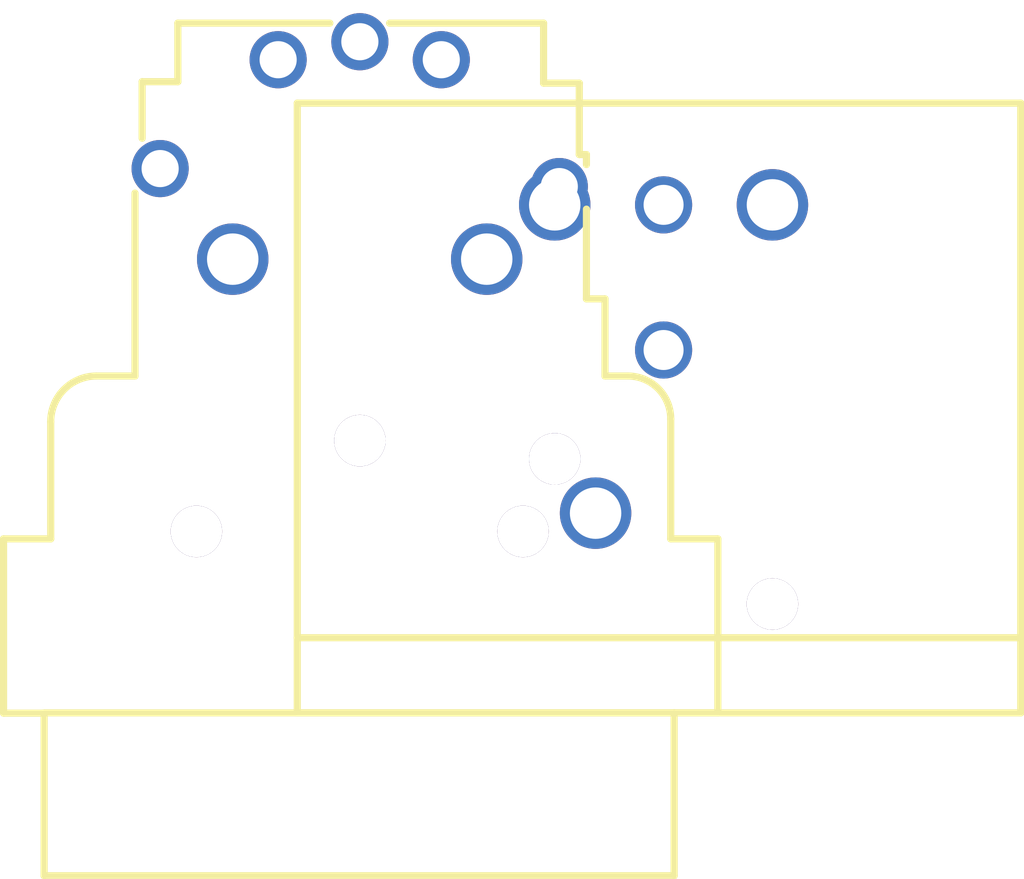
<source format=kicad_pcb>
(kicad_pcb (version 20241229) (generator "atopile") (generator_version "0.12.2")
  (layers (0 "F.Cu" signal) (31 "B.Cu" signal) (34 "B.Paste" user) (35 "F.Paste" user) (36 "B.SilkS" user "B.Silkscreen") (37 "F.SilkS" user "F.Silkscreen") (38 "B.Mask" user) (39 "F.Mask" user) (44 "Edge.Cuts" user))
  (net 0 "")
  (net 1 "GND")
  (net 2 "footprint-net-0")
  (net 3 "audio_P")
  (net 6 "audio_N")
  (net 7 "footprint-net-1")
  (net 11 "_4")
  (net 4 "T")
  (net 5 "G")
  (net 8 "S")
  (net 9 "R")
  (footprint "Neutrik_NCJ6FA_H:CONN-TH_NCJ6FA-H" (layer "F.Cu") (at 0 0 0)
    (property "Reference" "PS1" (hide yes))
    (property "Value" "")
    (fp_line (start -11.45 5.05) (end -11.45 9.15) (stroke (width 0.25)) (layer "F.SilkS"))
    (fp_line (start -11.45 9.15) (end -13.1 9.15) (stroke (width 0.25)) (layer "F.SilkS"))
    (fp_line (start -13.1 9.15) (end -13.1 15.25) (stroke (width 0.25)) (layer "F.SilkS"))
    (fp_line (start -13.1 15.25) (end -11.68 15.25) (stroke (width 0.25)) (layer "F.SilkS"))
    (fp_line (start -8.5 -2.95) (end -8.5 3.45) (stroke (width 0.25)) (layer "F.SilkS"))
    (fp_line (start -1.68 -8.9) (end -7 -8.9) (stroke (width 0.25)) (layer "F.SilkS"))
    (fp_line (start -7 -8.9) (end -7 -6.85) (stroke (width 0.25)) (layer "F.SilkS"))
    (fp_line (start -7 -6.85) (end -8.25 -6.85) (stroke (width 0.25)) (layer "F.SilkS"))
    (fp_line (start -8.25 -6.85) (end -8.25 -4.87) (stroke (width 0.25)) (layer "F.SilkS"))
    (fp_line (start 7.3 -3.95) (end 7.3 -4.3) (stroke (width 0.25)) (layer "F.SilkS"))
    (fp_line (start 7.3 -4.3) (end 7.05 -4.3) (stroke (width 0.25)) (layer "F.SilkS"))
    (fp_line (start 7.05 -4.3) (end 7.05 -6.8) (stroke (width 0.25)) (layer "F.SilkS"))
    (fp_line (start 7.05 -6.8) (end 5.8 -6.8) (stroke (width 0.25)) (layer "F.SilkS"))
    (fp_line (start 5.8 -6.8) (end 5.8 -8.9) (stroke (width 0.25)) (layer "F.SilkS"))
    (fp_line (start 5.8 -8.9) (end 0.41 -8.9) (stroke (width 0.25)) (layer "F.SilkS"))
    (fp_line (start 8.75 3.45) (end 7.95 3.45) (stroke (width 0.25)) (layer "F.SilkS"))
    (fp_line (start 7.95 3.45) (end 7.95 0.75) (stroke (width 0.25)) (layer "F.SilkS"))
    (fp_line (start 7.95 0.75) (end 7.3 0.75) (stroke (width 0.25)) (layer "F.SilkS"))
    (fp_line (start 7.3 0.75) (end 7.3 -2.39) (stroke (width 0.25)) (layer "F.SilkS"))
    (fp_line (start 10.37 15.24) (end 11.9 15.24) (stroke (width 0.25)) (layer "F.SilkS"))
    (fp_line (start 11.9 15.24) (end 11.9 9.15) (stroke (width 0.25)) (layer "F.SilkS"))
    (fp_line (start 11.9 9.15) (end 10.25 9.15) (stroke (width 0.25)) (layer "F.SilkS"))
    (fp_line (start 10.37 20.94) (end -11.68 20.94) (stroke (width 0.25)) (layer "F.SilkS"))
    (fp_line (start -11.68 20.94) (end -11.68 15.24) (stroke (width 0.25)) (layer "F.SilkS"))
    (fp_line (start -11.63 15.24) (end 10.37 15.24) (stroke (width 0.25)) (layer "F.SilkS"))
    (fp_line (start 10.37 15.24) (end 10.37 20.94) (stroke (width 0.25)) (layer "F.SilkS"))
    (fp_line (start 10.25 9.15) (end 10.25 4.95) (stroke (width 0.25)) (layer "F.SilkS"))
    (fp_line (start -8.5 3.45) (end -9.85 3.45) (stroke (width 0.25)) (layer "F.SilkS"))
    (fp_arc (start 8.75 3.45) (mid 9.810660171779821 3.8893398282201788) (end 10.25 4.95) (stroke (width 0.25)) (layer "F.SilkS"))
    (fp_arc (start -11.45 5.05) (mid -10.981370849898475 3.9186291501015242) (end -9.85 3.45) (stroke (width 0.25)) (layer "F.SilkS"))
    (pad "8" thru_hole circle (at 7.62 8.25 180) (size 2.5 2.5) (drill 1.7999964) (layers "*.Cu" "*.Mask") (net 5 "G"))
    (pad "7" thru_hole circle (at -5.08 -0.64 180) (size 2.5 2.5) (drill 1.7999964) (layers "*.Cu" "*.Mask") (net 4 "T"))
    (pad "6" thru_hole circle (at 3.81 -0.64 180) (size 2.5 2.5) (drill 1.7999964) (layers "*.Cu" "*.Mask") (net 4 "T"))
    (pad "5" thru_hole circle (at -3.49 -7.62 180) (size 2 2) (drill 1.3000228) (layers "*.Cu" "*.Mask") (net 9 "R"))
    (pad "4" thru_hole circle (at 2.22 -7.62 180) (size 2 2) (drill 1.3000228) (layers "*.Cu" "*.Mask") (net 8 "S"))
    (pad "3" thru_hole circle (at -0.63 -8.25 180) (size 2 2) (drill 1.3000228) (layers "*.Cu" "*.Mask") (net 6 "audio_N"))
    (pad "2" thru_hole circle (at -7.62 -3.81 180) (size 2 2) (drill 1.3000228) (layers "*.Cu" "*.Mask") (net 3 "audio_P"))
    (pad "1" thru_hole circle (at 6.35 -3.18 180) (size 2 2) (drill 1.3000228) (layers "*.Cu" "*.Mask") (net 1 "GND"))
    (pad "" thru_hole circle (at -0.63 5.71 0) (size 1.8 1.8) (drill 1.8) (layers "*.Cu" "*.Mask") (net 2 "footprint-net-0"))
    (pad "" thru_hole circle (at -6.35 8.89 0) (size 1.8 1.8) (drill 1.8) (layers "*.Cu" "*.Mask") (net 2 "footprint-net-0"))
    (pad "" thru_hole circle (at 5.08 8.89 0) (size 1.8 1.8) (drill 1.8) (layers "*.Cu" "*.Mask") (net 2 "footprint-net-0"))
  )
  (footprint "Neutrik_NC3MAAH:CONN-TH_NC3MAAH" (layer "F.Cu") (at 10 0 0)
    (property "Reference" "PS2" (hide yes))
    (property "Value" "")
    (fp_line (start 12.5 12.61) (end -12.82 12.61) (stroke (width 0.25)) (layer "F.SilkS"))
    (fp_line (start 12.5 15.24) (end 12.5 -6.1) (stroke (width 0.25)) (layer "F.SilkS"))
    (fp_line (start 12.5 -6.1) (end -12.82 -6.1) (stroke (width 0.25)) (layer "F.SilkS"))
    (fp_line (start -12.82 -6.1) (end -12.82 15.24) (stroke (width 0.25)) (layer "F.SilkS"))
    (fp_line (start 12.5 15.24) (end -12.8 15.24) (stroke (width 0.25)) (layer "F.SilkS"))
    (pad "4" thru_hole circle (at 0 2.54 180) (size 2 2) (drill 1.3999972) (layers "*.Cu" "*.Mask") (net 11 "_4"))
    (pad "3" thru_hole circle (at 0 -2.54 180) (size 2 2) (drill 1.3999972) (layers "*.Cu" "*.Mask") (net 6 "audio_N"))
    (pad "2" thru_hole circle (at 3.81 -2.54 180) (size 2.5 2.5) (drill 1.7999964) (layers "*.Cu" "*.Mask") (net 3 "audio_P"))
    (pad "1" thru_hole circle (at -3.81 -2.54 180) (size 2.5 2.5) (drill 1.7999964) (layers "*.Cu" "*.Mask") (net 1 "GND"))
    (pad "" thru_hole circle (at -3.81 6.35 0) (size 1.8 1.8) (drill 1.8) (layers "*.Cu" "*.Mask") (net 7 "footprint-net-1"))
    (pad "" thru_hole circle (at 3.81 11.43 0) (size 1.8 1.8) (drill 1.8) (layers "*.Cu" "*.Mask") (net 7 "footprint-net-1"))
  )
)
</source>
